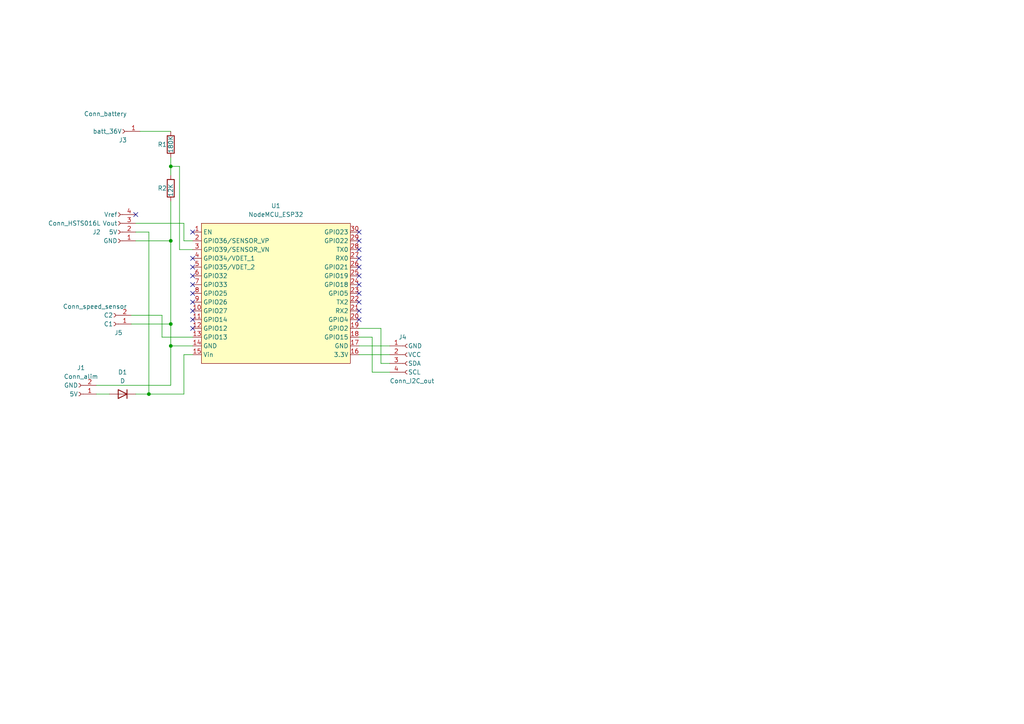
<source format=kicad_sch>
(kicad_sch (version 20211123) (generator eeschema)
  (paper "A4")
  (lib_symbols
    (symbol "Device:D" (pin_numbers hide) (pin_names (offset 1.016) hide)
      (property "Reference" "D" (at 0 2.54 0))
      (property "Value" "D" (at 0 -2.54 0))
      (symbol "D_0_1"
        (polyline (pts (xy -1.27 1.27) (xy -1.27 -1.27)) (stroke (width 0.254)))
        (polyline (pts (xy 1.27 0) (xy -1.27 0)))
        (polyline (pts (xy 1.27 1.27) (xy 1.27 -1.27) (xy -1.27 0) (xy 1.27 1.27)) (stroke (width 0.254)))
      )
      (symbol "D_1_1"
        (pin passive line (at -3.81 0 0) (length 2.54) (name "K") (number "1"))
        (pin passive line (at 3.81 0 180) (length 2.54) (name "A") (number "2"))
      )
    )
    (symbol "Device:R" (pin_numbers hide) (pin_names (offset 0))
      (property "Reference" "R" (at 2.032 0 90))
      (property "Value" "R" (at 0 0 90))
      (symbol "R_0_1"
        (rectangle (start -1.016 -2.54) (end 1.016 2.54) (stroke (width 0.254)))
      )
      (symbol "R_1_1"
        (pin passive line (at 0 3.81 270) (length 1.27) (name "~") (number "1"))
        (pin passive line (at 0 -3.81 90) (length 1.27) (name "~") (number "2"))
      )
    )
    (symbol "vehicle-monitor:Conn_HSTS016L" (pin_names (offset 1.5))
      (property "Reference" "J" (at 0 5.08 0))
      (property "Value" "Conn_HSTS016L" (at 0 -7.62 0))
      (symbol "Conn_HSTS016L_1_1"
        (arc (start 0 -4.572) (mid -0.508 -5.08) (end 0 -5.588) (stroke (width 0.1524)))
        (arc (start 0 -2.032) (mid -0.508 -2.54) (end 0 -3.048) (stroke (width 0.1524)))
        (polyline (pts (xy -1.27 -5.08) (xy -0.508 -5.08)) (stroke (width 0.1524)))
        (polyline (pts (xy -1.27 -2.54) (xy -0.508 -2.54)) (stroke (width 0.1524)))
        (polyline (pts (xy -1.27 0) (xy -0.508 0)) (stroke (width 0.1524)))
        (polyline (pts (xy -1.27 2.54) (xy -0.508 2.54)) (stroke (width 0.1524)))
        (arc (start 0 0.508) (mid -0.508 0) (end 0 -0.508) (stroke (width 0.1524)))
        (arc (start 0 3.048) (mid -0.508 2.54) (end 0 2.032) (stroke (width 0.1524)))
        (pin power_in line (at -5.08 2.54 0) (length 3.81) (name "GND") (number "1"))
        (pin power_in line (at -5.08 0 0) (length 3.81) (name "5V") (number "2"))
        (pin output line (at -5.08 -2.54 0) (length 3.81) (name "Vout") (number "3"))
        (pin output line (at -5.08 -5.08 0) (length 3.81) (name "Vref") (number "4"))
      )
    )
    (symbol "vehicle-monitor:Conn_I2C_out" (pin_names (offset 1.5))
      (property "Reference" "J" (at 0 5.08 0))
      (property "Value" "Conn_I2C_out" (at 0 -7.62 0))
      (symbol "Conn_I2C_out_1_1"
        (arc (start 0 -4.572) (mid -0.508 -5.08) (end 0 -5.588) (stroke (width 0.1524)))
        (arc (start 0 -2.032) (mid -0.508 -2.54) (end 0 -3.048) (stroke (width 0.1524)))
        (polyline (pts (xy -1.27 -5.08) (xy -0.508 -5.08)) (stroke (width 0.1524)))
        (polyline (pts (xy -1.27 -2.54) (xy -0.508 -2.54)) (stroke (width 0.1524)))
        (polyline (pts (xy -1.27 0) (xy -0.508 0)) (stroke (width 0.1524)))
        (polyline (pts (xy -1.27 2.54) (xy -0.508 2.54)) (stroke (width 0.1524)))
        (arc (start 0 0.508) (mid -0.508 0) (end 0 -0.508) (stroke (width 0.1524)))
        (arc (start 0 3.048) (mid -0.508 2.54) (end 0 2.032) (stroke (width 0.1524)))
        (pin power_in line (at -5.08 2.54 0) (length 3.81) (name "GND") (number "1"))
        (pin power_in line (at -5.08 0 0) (length 3.81) (name "VCC") (number "2"))
        (pin bidirectional line (at -5.08 -2.54 0) (length 3.81) (name "SDA") (number "3"))
        (pin input line (at -5.08 -5.08 0) (length 3.81) (name "SCL") (number "4"))
      )
    )
    (symbol "vehicle-monitor:Conn_alim" (pin_names (offset 1.5))
      (property "Reference" "J" (at 0 2.54 0))
      (property "Value" "Conn_alim" (at 0 -5.08 0))
      (symbol "Conn_alim_1_1"
        (arc (start 0 -2.032) (mid -0.508 -2.54) (end 0 -3.048) (stroke (width 0.1524)))
        (polyline (pts (xy -1.27 -2.54) (xy -0.508 -2.54)) (stroke (width 0.1524)))
        (polyline (pts (xy -1.27 0) (xy -0.508 0)) (stroke (width 0.1524)))
        (arc (start 0 0.508) (mid -0.508 0) (end 0 -0.508) (stroke (width 0.1524)))
        (pin power_out line (at -5.08 0 0) (length 3.81) (name "5V") (number "1"))
        (pin power_out line (at -5.08 -2.54 0) (length 3.81) (name "GND") (number "2"))
      )
    )
    (symbol "vehicle-monitor:Conn_battery" (pin_names (offset 1.5))
      (property "Reference" "J" (at 0 2.54 0))
      (property "Value" "Conn_battery" (at 0 -5.08 0))
      (symbol "Conn_battery_1_1"
        (polyline (pts (xy -1.27 0) (xy -0.508 0)) (stroke (width 0.1524)))
        (arc (start 0 0.508) (mid -0.508 0) (end 0 -0.508) (stroke (width 0.1524)))
        (pin power_out line (at -5.08 0 0) (length 3.81) (name "batt_36V") (number "1"))
      )
    )
    (symbol "vehicle-monitor:Conn_speed_sensor" (pin_names (offset 1.5))
      (property "Reference" "J" (at 0 2.54 0))
      (property "Value" "Conn_speed_sensor" (at 0 -5.08 0))
      (symbol "Conn_speed_sensor_1_1"
        (arc (start 0 -2.032) (mid -0.508 -2.54) (end 0 -3.048) (stroke (width 0.1524)))
        (polyline (pts (xy -1.27 -2.54) (xy -0.508 -2.54)) (stroke (width 0.1524)))
        (polyline (pts (xy -1.27 0) (xy -0.508 0)) (stroke (width 0.1524)))
        (arc (start 0 0.508) (mid -0.508 0) (end 0 -0.508) (stroke (width 0.1524)))
        (pin passive line (at -5.08 0 0) (length 3.81) (name "C1") (number "1"))
        (pin passive line (at -5.08 -2.54 0) (length 3.81) (name "C2") (number "2"))
      )
    )
    (symbol "vehicle-monitor:NodeMCU_ESP32"
      (property "Reference" "U" (at -21.59 21.59 0))
      (property "Value" "NodeMCU_ESP32" (at 13.97 21.59 0))
      (symbol "NodeMCU_ESP32_0_1"
        (rectangle (start -21.59 20.32) (end 21.59 -20.32) (fill (type background)))
      )
      (symbol "NodeMCU_ESP32_1_1"
        (pin input line (at -24.13 17.78 0) (length 2.54) (name "EN") (number "1"))
        (pin bidirectional line (at -24.13 -5.08 0) (length 2.54) (name "GPIO27") (number "10"))
        (pin bidirectional line (at -24.13 -7.62 0) (length 2.54) (name "GPIO14") (number "11"))
        (pin bidirectional line (at -24.13 -10.16 0) (length 2.54) (name "GPIO12") (number "12"))
        (pin bidirectional line (at -24.13 -12.7 0) (length 2.54) (name "GPIO13") (number "13"))
        (pin power_in line (at -24.13 -15.24 0) (length 2.54) (name "GND") (number "14"))
        (pin power_in line (at -24.13 -17.78 0) (length 2.54) (name "Vin") (number "15"))
        (pin power_out line (at 24.13 -17.78 180) (length 2.54) (name "3.3V") (number "16"))
        (pin power_in line (at 24.13 -15.24 180) (length 2.54) (name "GND") (number "17"))
        (pin bidirectional line (at 24.13 -12.7 180) (length 2.54) (name "GPIO15") (number "18"))
        (pin bidirectional line (at 24.13 -10.16 180) (length 2.54) (name "GPIO2") (number "19"))
        (pin input line (at -24.13 15.24 0) (length 2.54) (name "GPIO36/SENSOR_VP") (number "2"))
        (pin bidirectional line (at 24.13 -7.62 180) (length 2.54) (name "GPIO4") (number "20"))
        (pin bidirectional line (at 24.13 -5.08 180) (length 2.54) (name "RX2") (number "21"))
        (pin bidirectional line (at 24.13 -2.54 180) (length 2.54) (name "TX2") (number "22"))
        (pin bidirectional line (at 24.13 0 180) (length 2.54) (name "GPIO5") (number "23"))
        (pin bidirectional line (at 24.13 2.54 180) (length 2.54) (name "GPIO18") (number "24"))
        (pin bidirectional line (at 24.13 5.08 180) (length 2.54) (name "GPIO19") (number "25"))
        (pin bidirectional line (at 24.13 7.62 180) (length 2.54) (name "GPIO21") (number "26"))
        (pin bidirectional line (at 24.13 10.16 180) (length 2.54) (name "RX0") (number "27"))
        (pin bidirectional line (at 24.13 12.7 180) (length 2.54) (name "TX0") (number "28"))
        (pin bidirectional line (at 24.13 15.24 180) (length 2.54) (name "GPIO22") (number "29"))
        (pin input line (at -24.13 12.7 0) (length 2.54) (name "GPIO39/SENSOR_VN") (number "3"))
        (pin bidirectional line (at 24.13 17.78 180) (length 2.54) (name "GPIO23") (number "30"))
        (pin input line (at -24.13 10.16 0) (length 2.54) (name "GPIO34/VDET_1") (number "4"))
        (pin input line (at -24.13 7.62 0) (length 2.54) (name "GPIO35/VDET_2") (number "5"))
        (pin bidirectional line (at -24.13 5.08 0) (length 2.54) (name "GPIO32") (number "6"))
        (pin bidirectional line (at -24.13 2.54 0) (length 2.54) (name "GPIO33") (number "7"))
        (pin bidirectional line (at -24.13 0 0) (length 2.54) (name "GPIO25") (number "8"))
        (pin bidirectional line (at -24.13 -2.54 0) (length 2.54) (name "GPIO26") (number "9"))
      )
    )
  )
  (junction (at 49.53 93.98))
  (junction (at 49.53 48.26))
  (junction (at 43.18 114.3))
  (junction (at 49.53 100.33))
  (junction (at 49.53 69.85))
  (no_connect (at 104.14 92.71))
  (no_connect (at 104.14 90.17))
  (no_connect (at 104.14 87.63))
  (no_connect (at 104.14 85.09))
  (no_connect (at 104.14 67.31))
  (no_connect (at 55.88 82.55))
  (no_connect (at 55.88 85.09))
  (no_connect (at 55.88 87.63))
  (no_connect (at 55.88 92.71))
  (no_connect (at 55.88 95.25))
  (no_connect (at 55.88 67.31))
  (no_connect (at 55.88 74.93))
  (no_connect (at 55.88 77.47))
  (no_connect (at 55.88 80.01))
  (no_connect (at 104.14 82.55))
  (no_connect (at 104.14 80.01))
  (no_connect (at 104.14 74.93))
  (no_connect (at 104.14 72.39))
  (no_connect (at 55.88 90.17))
  (no_connect (at 104.14 69.85))
  (no_connect (at 104.14 77.47))
  (no_connect (at 39.37 62.23))
  (wire (pts (xy 52.07 48.26) (xy 52.07 72.39)))
  (wire (pts (xy 27.94 111.76) (xy 49.53 111.76)))
  (wire (pts (xy 39.37 67.31) (xy 43.18 67.31)))
  (wire (pts (xy 113.03 105.41) (xy 110.49 105.41)))
  (wire (pts (xy 49.53 100.33) (xy 55.88 100.33)))
  (wire (pts (xy 38.1 93.98) (xy 49.53 93.98)))
  (wire (pts (xy 49.53 48.26) (xy 49.53 50.8)))
  (wire (pts (xy 53.34 102.87) (xy 53.34 114.3)))
  (wire (pts (xy 49.53 93.98) (xy 49.53 100.33)))
  (wire (pts (xy 43.18 114.3) (xy 53.34 114.3)))
  (wire (pts (xy 49.53 111.76) (xy 49.53 100.33)))
  (wire (pts (xy 113.03 107.95) (xy 107.95 107.95)))
  (wire (pts (xy 49.53 69.85) (xy 49.53 93.98)))
  (wire (pts (xy 104.14 97.79) (xy 107.95 97.79)))
  (wire (pts (xy 43.18 67.31) (xy 43.18 114.3)))
  (wire (pts (xy 110.49 105.41) (xy 110.49 95.25)))
  (wire (pts (xy 55.88 102.87) (xy 53.34 102.87)))
  (wire (pts (xy 49.53 45.72) (xy 49.53 48.26)))
  (wire (pts (xy 40.64 38.1) (xy 49.53 38.1)))
  (wire (pts (xy 55.88 97.79) (xy 46.99 97.79)))
  (wire (pts (xy 53.34 69.85) (xy 55.88 69.85)))
  (wire (pts (xy 104.14 100.33) (xy 113.03 100.33)))
  (wire (pts (xy 27.94 114.3) (xy 31.75 114.3)))
  (wire (pts (xy 53.34 69.85) (xy 53.34 64.77)))
  (wire (pts (xy 39.37 69.85) (xy 49.53 69.85)))
  (wire (pts (xy 46.99 91.44) (xy 38.1 91.44)))
  (wire (pts (xy 104.14 95.25) (xy 110.49 95.25)))
  (wire (pts (xy 55.88 72.39) (xy 52.07 72.39)))
  (wire (pts (xy 46.99 97.79) (xy 46.99 91.44)))
  (wire (pts (xy 39.37 64.77) (xy 53.34 64.77)))
  (wire (pts (xy 49.53 48.26) (xy 52.07 48.26)))
  (wire (pts (xy 107.95 107.95) (xy 107.95 97.79)))
  (wire (pts (xy 49.53 69.85) (xy 49.53 58.42)))
  (wire (pts (xy 39.37 114.3) (xy 43.18 114.3)))
  (wire (pts (xy 104.14 102.87) (xy 113.03 102.87)))
  (symbol (lib_id "vehicle-monitor:Conn_battery") (at 35.56 38.1 180) (unit 1)
    (property "Reference" "J3" (at 36.83 40.64 0) (effects (justify left)))
    (property "Value" "Conn_battery" (at 36.83 33.02 0) (effects (justify left)))
    (property "Footprint" "Connector_PinHeader_2.54mm:PinHeader_1x01_P2.54mm_Vertical" (effects hide))
  )
  (symbol (lib_id "vehicle-monitor:Conn_I2C_out") (at 118.11 102.87 0) (unit 1)
    (property "Reference" "J4" (at 115.57 97.79 0) (effects (justify left)))
    (property "Value" "Conn_I2C_out" (at 113.03 110.49 0) (effects (justify left)))
    (property "Footprint" "Connector_PinHeader_2.54mm:PinHeader_1x04_P2.54mm_Vertical" (effects hide))
  )
  (symbol (lib_id "vehicle-monitor:Conn_speed_sensor") (at 33.02 93.98 180) (unit 1)
    (property "Reference" "J5" (at 35.56 96.52 0) (effects (justify left)))
    (property "Value" "Conn_speed_sensor" (at 36.83 88.9 0) (effects (justify left)))
    (property "Footprint" "Connector_PinHeader_2.54mm:PinHeader_1x02_P2.54mm_Vertical" (effects hide))
  )
  (symbol (lib_id "Device:D") (at 35.56 114.3 180) (unit 1)
    (property "Reference" "D1" (at 35.56 107.95 0))
    (property "Value" "D" (at 35.56 110.49 0))
    (property "Footprint" "Diode_THT:D_A-405_P10.16mm_Horizontal" (effects hide))
  )
  (symbol (lib_id "Device:R") (at 49.53 54.61 0) (unit 1)
    (property "Reference" "R2" (at 45.72 54.61 0) (effects (justify left)))
    (property "Value" "12K" (at 49.53 57.15 90) (effects (justify left)))
    (property "Footprint" "Resistor_THT:R_Axial_DIN0207_L6.3mm_D2.5mm_P10.16mm_Horizontal" (effects hide))
  )
  (symbol (lib_id "vehicle-monitor:Conn_HSTS016L") (at 34.29 67.31 180) (unit 1)
    (property "Reference" "J2" (at 29.21 67.31 0) (effects (justify left)))
    (property "Value" "Conn_HSTS016L" (at 29.21 64.77 0) (effects (justify left)))
    (property "Footprint" "Connector_PinHeader_2.54mm:PinHeader_1x04_P2.54mm_Vertical" (effects hide))
  )
  (symbol (lib_id "vehicle-monitor:NodeMCU_ESP32") (at 80.01 85.09 0) (unit 1)
    (property "Reference" "U1" (at 80.01 59.69 0))
    (property "Value" "NodeMCU_ESP32" (at 80.01 62.23 0))
    (property "Footprint" "Node_mcu:NodeMCU_SBC" (effects hide))
  )
  (symbol (lib_id "Device:R") (at 49.53 41.91 0) (unit 1)
    (property "Reference" "R1" (at 45.72 41.91 0) (effects (justify left)))
    (property "Value" "180K" (at 49.53 44.45 90) (effects (justify left)))
    (property "Footprint" "Resistor_THT:R_Axial_DIN0207_L6.3mm_D2.5mm_P10.16mm_Horizontal" (effects hide))
  )
  (symbol (lib_id "vehicle-monitor:Conn_alim") (at 22.86 114.3 180) (unit 1)
    (property "Reference" "J1" (at 23.495 106.68 0))
    (property "Value" "Conn_alim" (at 23.495 109.22 0))
    (property "Footprint" "Connector_PinHeader_2.54mm:PinHeader_1x02_P2.54mm_Vertical" (effects hide))
  )
)
</source>
